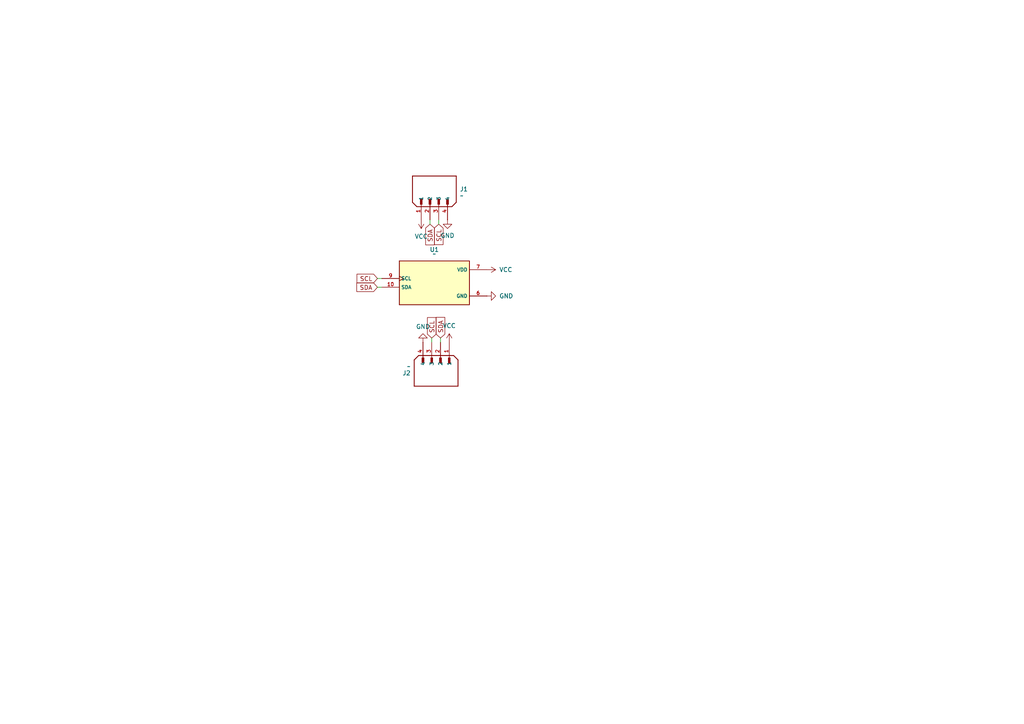
<source format=kicad_sch>
(kicad_sch (version 20231120) (generator "eeschema") (generator_version "8.0")
  (paper "A4")
  (lib_symbols
    (symbol "Modular_Electronics_Toolkit:CONN_I2C"
      (property "Reference" "J" (at 8.89 3.81 0))
      (symbol "CONN_I2C_0_0"
        (polyline (pts (xy 3.81 -8.89) (xy 5.08 -10.16)) (stroke (width 0.254)))
        (polyline (pts (xy 3.81 1.27) (xy 3.81 -8.89)) (stroke (width 0.254)))
        (polyline (pts (xy 3.81 1.27) (xy 5.08 2.54)) (stroke (width 0.254)))
        (polyline (pts (xy 5.08 -10.16) (xy 12.7 -10.16)) (stroke (width 0.254)))
        (polyline (pts (xy 12.7 -10.16) (xy 12.7 2.54)) (stroke (width 0.254)))
        (polyline (pts (xy 12.7 2.54) (xy 5.08 2.54)) (stroke (width 0.254)))
        (rectangle (start 4.445 -7.9375) (end 6.0325 -7.3025) (stroke (width 0.1)) (fill (type outline)))
        (rectangle (start 4.445 -5.3975) (end 6.0325 -4.7625) (stroke (width 0.1)) (fill (type outline)))
        (rectangle (start 4.445 -2.8575) (end 6.0325 -2.2225) (stroke (width 0.1)) (fill (type outline)))
        (rectangle (start 4.445 -0.3175) (end 6.0325 0.3175) (stroke (width 0.1)) (fill (type outline)))
        (pin passive line (at 0 0 0) (length 5.08) (name "1") (number "1"))
        (pin passive line (at 0 -2.54 0) (length 5.08) (name "2") (number "2"))
        (pin passive line (at 0 -5.08 0) (length 5.08) (name "3") (number "3"))
        (pin passive line (at 0 -7.62 0) (length 5.08) (name "4") (number "4"))
      )
    )
    (symbol "Modular_Electronics_Toolkit:SCD41-D-R2"
      (property "Reference" "U" (at 15.24 6.35 0))
      (symbol "SCD41-D-R2_0_0"
        (rectangle (start 5.08 5.08) (end 25.4 -7.62) (stroke (width 0.254)) (fill (type background)))
        (pin bidirectional line (at 0 -2.54 0) (length 5.08) (name "SDA") (number "10"))
        (pin power_in line (at 30.48 -5.08 180) (length 5.08) (name "GND") (number "6"))
        (pin power_in line (at 30.48 2.54 180) (length 5.08) (name "VDD") (number "7"))
        (pin input clock (at 0 0 0) (length 5.08) (name "SCL") (number "9"))
      )
      (symbol "SCD41-D-R2_1_0"
        (pin power_in line (at 30.48 2.54 180) (length 5.08) hide (name "VDDH") (number "19"))
        (pin power_in line (at 30.48 -5.08 180) (length 5.08) hide (name "GND__1") (number "20"))
        (pin power_in line (at 30.48 -5.08 180) (length 5.08) hide (name "GND__2") (number "21"))
      )
    )
    (symbol "power:GND" (power) (pin_numbers hide) (pin_names (offset 0) hide)
      (property "Value" "GND" (at 0 -3.81 0))
      (symbol "GND_0_1"
        (polyline (pts (xy 0 0) (xy 0 -1.27) (xy 1.27 -1.27) (xy 0 -2.54) (xy -1.27 -1.27) (xy 0 -1.27)))
      )
      (symbol "GND_1_1"
        (pin power_in line (at 0 0 270) (length 0) (name "~") (number "1"))
      )
    )
    (symbol "power:VCC" (power) (pin_numbers hide) (pin_names (offset 0) hide)
      (property "Value" "VCC" (at 0 3.556 0))
      (symbol "VCC_0_1"
        (polyline (pts (xy -0.762 1.27) (xy 0 2.54)))
        (polyline (pts (xy 0 0) (xy 0 2.54)))
        (polyline (pts (xy 0 2.54) (xy 0.762 1.27)))
      )
      (symbol "VCC_1_1"
        (pin power_in line (at 0 0 90) (length 0) (name "~") (number "1"))
      )
    )
  )
  (wire (pts (xy 127.254 65.024) (xy 127.254 63.754)))
  (wire (pts (xy 125.222 98.044) (xy 125.222 99.314)))
  (wire (pts (xy 109.474 80.772) (xy 110.744 80.772)))
  (wire (pts (xy 124.714 65.024) (xy 124.714 63.754)))
  (wire (pts (xy 109.474 83.312) (xy 110.744 83.312)))
  (wire (pts (xy 127.762 98.044) (xy 127.762 99.314)))
  (global_label "SCL" (shape input) (at 127.254 65.024 270) (property "Intersheetrefs" "${INTERSHEET_REFS}" (effects (hide yes))))
  (global_label "SDA" (shape input) (at 109.474 83.312 180) (property "Intersheetrefs" "${INTERSHEET_REFS}" (effects (hide yes))))
  (global_label "SDA" (shape input) (at 127.762 98.044 90) (property "Intersheetrefs" "${INTERSHEET_REFS}" (effects (hide yes))))
  (global_label "SCL" (shape input) (at 109.474 80.772 180) (property "Intersheetrefs" "${INTERSHEET_REFS}" (effects (hide yes))))
  (global_label "SCL" (shape input) (at 125.222 98.044 90) (property "Intersheetrefs" "${INTERSHEET_REFS}" (effects (hide yes))))
  (global_label "SDA" (shape input) (at 124.714 65.024 270) (property "Intersheetrefs" "${INTERSHEET_REFS}" (effects (hide yes))))
  (symbol (lib_id "Modular_Electronics_Toolkit:CONN_I2C") (at 130.302 99.314 270) (unit 1)
    (property "Reference" "J2" (at 119.126 108.2041 90) (effects (justify right)))
    (property "Value" "~" (at 119.126 106.299 90) (effects (justify right)))
    (property "Footprint" "Connector_JST:JST_EH_B4B-EH-A_1x04_P2.50mm_Vertical" (effects (hide yes)))
  )
  (symbol (lib_id "power:GND") (at 122.682 99.314 180) (unit 1)
    (property "Reference" "#PWR06" (effects (hide yes)))
    (property "Value" "GND" (at 122.682 94.742 0))
    (property "Description" "Power symbol creates a global label with name \"GND\" , ground" (effects (hide yes)))
  )
  (symbol (lib_id "power:GND") (at 129.794 63.754 0) (unit 1)
    (property "Reference" "#PWR04" (effects (hide yes)))
    (property "Value" "GND" (at 129.794 68.326 0))
    (property "Description" "Power symbol creates a global label with name \"GND\" , ground" (effects (hide yes)))
  )
  (symbol (lib_id "Modular_Electronics_Toolkit:CONN_I2C") (at 122.174 63.754 90) (unit 1)
    (property "Reference" "J1" (at 133.35 54.8639 90) (effects (justify right)))
    (property "Value" "~" (at 133.35 56.769 90) (effects (justify right)))
    (property "Footprint" "Connector_JST:JST_EH_B4B-EH-A_1x04_P2.50mm_Vertical" (effects (hide yes)))
  )
  (symbol (lib_id "power:VCC") (at 130.302 99.314 0) (unit 1)
    (property "Reference" "#PWR05" (effects (hide yes)))
    (property "Value" "VCC" (at 130.302 94.488 0))
    (property "Description" "Power symbol creates a global label with name \"VCC\"" (effects (hide yes)))
  )
  (symbol (lib_id "Modular_Electronics_Toolkit:SCD41-D-R2") (at 110.744 80.772 0) (unit 1)
    (property "Reference" "U1" (at 125.984 72.39 0))
    (property "Value" "~" (at 125.984 73.66 0))
    (property "Footprint" "Sensor:Sensirion_SCD4x-1EP_10.1x10.1mm_P1.25mm_EP4.8x4.8mm" (effects (hide yes)))
  )
  (symbol (lib_id "power:VCC") (at 141.224 78.232 270) (unit 1)
    (property "Reference" "#PWR01" (effects (hide yes)))
    (property "Value" "VCC" (at 144.78 78.2319 90) (effects (justify left)))
    (property "Description" "Power symbol creates a global label with name \"VCC\"" (effects (hide yes)))
  )
  (symbol (lib_id "power:GND") (at 141.224 85.852 90) (unit 1)
    (property "Reference" "#PWR03" (effects (hide yes)))
    (property "Value" "GND" (at 144.78 85.8519 90) (effects (justify right)))
    (property "Description" "Power symbol creates a global label with name \"GND\" , ground" (effects (hide yes)))
  )
  (symbol (lib_id "power:VCC") (at 122.174 63.754 180) (unit 1)
    (property "Reference" "#PWR02" (effects (hide yes)))
    (property "Value" "VCC" (at 122.174 68.58 0))
    (property "Description" "Power symbol creates a global label with name \"VCC\"" (effects (hide yes)))
  )
)
</source>
